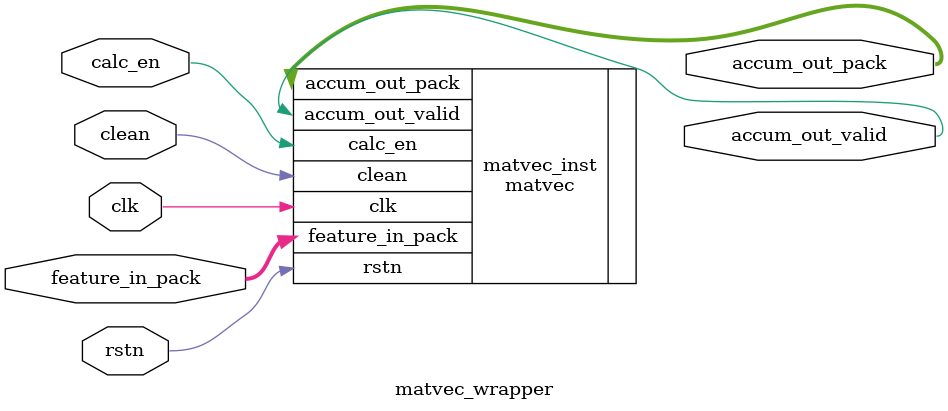
<source format=v>
/*
Copyright 2024 Yufeng Yang (CogSys Group)
SPDX-License-Identifier: Apache-2.0 WITH SHL-2.1

Licensed under the Solderpad Hardware License v 2.1 (the “License”);
you may not use this file except in compliance with the License, or,
at your option, the Apache License version 2.0.
You may obtain a copy of the License at

https://solderpad.org/licenses/SHL-2.1/

Unless required by applicable law or agreed to in writing,
any work distributed under the License is distributed on an “AS IS” BASIS,
WITHOUT WARRANTIES OR CONDITIONS OF ANY KIND, either express or implied.
See the License for the specific language governing permissions and limitations under the License.
*/
`timescale 1ns/1ps

module matvec_wrapper #(
    parameter integer IN_C = 34,
    parameter integer OUT_C = 32,
    parameter MEM_INIT_FILE = "test_data.mem",
    parameter MAC_LATENCY = 4,
    parameter W_WIDTH = 8,
    parameter F_WIDTH = 8,
    parameter B_WIDTH = 32,

    localparam IN_C_WIDTH  = $clog2(IN_C),
    localparam OUT_C_WIDTH = $clog2(OUT_C),
    localparam W_MEM_WIDTH = OUT_C * W_WIDTH
) (
    input  wire                            clk,
    input  wire                            rstn,
    input  wire                            clean,
    input  wire                            calc_en,
    input  wire [ IN_C * F_WIDTH -1:0] feature_in_pack,
    output wire [OUT_C * B_WIDTH -1:0] accum_out_pack,
    output wire                            accum_out_valid
);


    matvec #(
        .IN_C (IN_C),
        .OUT_C (OUT_C),
        .MEM_INIT_FILE (MEM_INIT_FILE),
        .MAC_LATENCY (MAC_LATENCY)
    )matvec_inst (
        .clk(clk),
        .rstn(rstn),
        .clean(clean),
        .calc_en(calc_en),
        .feature_in_pack(feature_in_pack),
        .accum_out_pack(accum_out_pack),
        .accum_out_valid(accum_out_valid)
    );


endmodule
</source>
